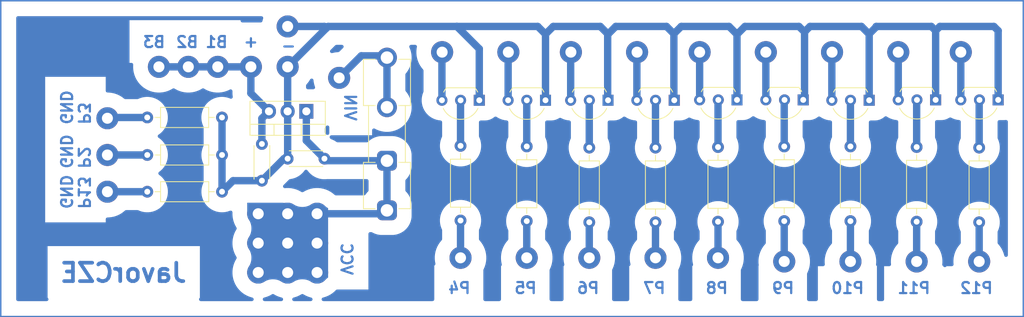
<source format=kicad_pcb>
(kicad_pcb (version 20241229) (generator "pcbnew") (generator_version "9.0")
  (layers (0 "F.Cu" signal) (2 "B.Cu" signal) (13 "F.Paste" user) (15 "B.Paste" user) (5 "F.SilkS" user "F.Silkscreen") (7 "B.SilkS" user "B.Silkscreen") (1 "F.Mask" user) (3 "B.Mask" user) (25 "Edge.Cuts" user))
  (net 0 "")
  (net 1 "Net-(Q1-C)")
  (net 2 "Net-(U1-VI)")
  (net 3 "Net-(U1-VO)")
  (net 4 "Net-(Q1-B)")
  (net 5 "unconnected-(Q1-E-Pad3)")
  (net 6 "Net-(Q2-B)")
  (net 7 "unconnected-(Q2-E-Pad3)")
  (net 8 "Net-(Q3-B)")
  (net 9 "unconnected-(Q3-E-Pad3)")
  (net 10 "Net-(Q4-B)")
  (net 11 "unconnected-(Q4-E-Pad3)")
  (net 12 "Net-(Q5-B)")
  (net 13 "unconnected-(Q5-E-Pad3)")
  (net 14 "Net-(Q6-B)")
  (net 15 "unconnected-(Q6-E-Pad3)")
  (net 16 "unconnected-(Q7-E-Pad3)")
  (net 17 "Net-(Q7-B)")
  (net 18 "unconnected-(R1-Pad1)")
  (net 19 "unconnected-(R2-Pad1)")
  (net 20 "unconnected-(R3-Pad1)")
  (net 21 "unconnected-(R4-Pad1)")
  (net 22 "unconnected-(R5-Pad1)")
  (net 23 "unconnected-(R6-Pad1)")
  (net 24 "unconnected-(R7-Pad1)")
  (net 25 "unconnected-(Q8-E-Pad3)")
  (net 26 "Net-(Q8-B)")
  (net 27 "unconnected-(Q9-E-Pad3)")
  (net 28 "Net-(Q9-B)")
  (net 29 "unconnected-(R8-Pad1)")
  (net 30 "unconnected-(R9-Pad1)")
  (net 31 "unconnected-(R10-Pad2)")
  (net 32 "unconnected-(R11-Pad2)")
  (net 33 "unconnected-(R12-Pad2)")
  (net 34 "unconnected-(F1-Pad2)")
  (footprint "Resistor_THT:R_Axial_DIN0207_L6.3mm_D2.5mm_P10.16mm_Horizontal" (layer "F.Cu") (at 138.073576 55.392203 180)
    (property "Reference" "R12" (hide yes))
    (property "Value" "10k")
    (fp_line (start 9.12 0) (end 8.35 0) (stroke (width 0.12)) (layer "F.SilkS"))
    (fp_line (start 8.35 1.37) (end 8.35 -1.37) (stroke (width 0.12)) (layer "F.SilkS"))
    (fp_line (start 8.35 -1.37) (end 1.81 -1.37) (stroke (width 0.12)) (layer "F.SilkS"))
    (fp_line (start 1.81 1.37) (end 8.35 1.37) (stroke (width 0.12)) (layer "F.SilkS"))
    (fp_line (start 1.81 -1.37) (end 1.81 1.37) (stroke (width 0.12)) (layer "F.SilkS"))
    (fp_line (start 1.04 0) (end 1.81 0) (stroke (width 0.12)) (layer "F.SilkS"))
    (pad "1" thru_hole circle (at 0 0 180) (size 1.6 1.6) (drill 0.8) (layers "*.Cu" "*.Mask") (net 1 "Net-(Q1-C)"))
    (pad "2" thru_hole oval (at 10.16 0 180) (size 1.6 1.6) (drill 0.8) (layers "*.Cu" "*.Mask") (net 33 "unconnected-(R12-Pad2)"))
  )
  (footprint "Package_TO_SOT_THT:TO-92L_Inline_Wide" (layer "F.Cu") (at 208.08 53 180)
    (property "Reference" "Q5" (hide yes))
    (property "Value" "BC337")
    (fp_line (start 0.6 1.7) (end 4.45 1.7) (stroke (width 0.12)) (layer "F.SilkS"))
    (fp_arc (start 4.842383 1.112264) (mid 4.666594 1.419753) (end 4.45 1.7) (stroke (width 0.12)) (layer "F.SilkS"))
    (fp_arc (start 2.54 -2.6) (mid 3.936979 -2.192818) (end 4.8964 -1.098807) (stroke (width 0.12)) (layer "F.SilkS"))
    (fp_arc (start 0.6 1.7) (mid 0.389183 1.423933) (end 0.217369 1.122045) (stroke (width 0.12)) (layer "F.SilkS"))
    (fp_arc (start 0.1836 -1.098807) (mid 1.143021 -2.192817) (end 2.54 -2.6) (stroke (width 0.12)) (layer "F.SilkS"))
    (pad "1" thru_hole rect (at 0 0 180) (size 1.5 1.5) (drill 0.8) (layers "*.Cu" "*.Mask") (net 1 "Net-(Q1-C)"))
    (pad "2" thru_hole circle (at 2.54 0 180) (size 1.5 1.5) (drill 0.8) (layers "*.Cu" "*.Mask") (net 12 "Net-(Q5-B)"))
    (pad "3" thru_hole circle (at 5.08 0 180) (size 1.5 1.5) (drill 0.8) (layers "*.Cu" "*.Mask") (net 13 "unconnected-(Q5-E-Pad3)"))
  )
  (footprint "Package_TO_SOT_THT:TO-92L_Inline_Wide" (layer "F.Cu") (at 226.05 53.05 180)
    (property "Reference" "Q7" (hide yes))
    (property "Value" "BC337")
    (fp_line (start 0.6 1.7) (end 4.45 1.7) (stroke (width 0.12)) (layer "F.SilkS"))
    (fp_arc (start 4.842383 1.112264) (mid 4.666594 1.419753) (end 4.45 1.7) (stroke (width 0.12)) (layer "F.SilkS"))
    (fp_arc (start 2.54 -2.6) (mid 3.936979 -2.192818) (end 4.8964 -1.098807) (stroke (width 0.12)) (layer "F.SilkS"))
    (fp_arc (start 0.6 1.7) (mid 0.389183 1.423933) (end 0.217369 1.122045) (stroke (width 0.12)) (layer "F.SilkS"))
    (fp_arc (start 0.1836 -1.098807) (mid 1.143021 -2.192817) (end 2.54 -2.6) (stroke (width 0.12)) (layer "F.SilkS"))
    (pad "1" thru_hole rect (at 0 0 180) (size 1.5 1.5) (drill 0.8) (layers "*.Cu" "*.Mask") (net 1 "Net-(Q1-C)"))
    (pad "2" thru_hole circle (at 2.54 0 180) (size 1.5 1.5) (drill 0.8) (layers "*.Cu" "*.Mask") (net 17 "Net-(Q7-B)"))
    (pad "3" thru_hole circle (at 5.08 0 180) (size 1.5 1.5) (drill 0.8) (layers "*.Cu" "*.Mask") (net 16 "unconnected-(Q7-E-Pad3)"))
  )
  (footprint "Capacitor_THT:C_Disc_D4.3mm_W1.9mm_P5.00mm" (layer "F.Cu") (at 152 61 180)
    (property "Reference" "C1" (hide yes))
    (property "Value" "330n")
    (fp_line (start 4.77 1.055) (end 4.77 1.07) (stroke (width 0.12)) (layer "F.SilkS"))
    (fp_line (start 4.77 -1.07) (end 4.77 -1.055) (stroke (width 0.12)) (layer "F.SilkS"))
    (fp_line (start 0.23 1.07) (end 4.77 1.07) (stroke (width 0.12)) (layer "F.SilkS"))
    (fp_line (start 0.23 1.055) (end 0.23 1.07) (stroke (width 0.12)) (layer "F.SilkS"))
    (fp_line (start 0.23 -1.07) (end 4.77 -1.07) (stroke (width 0.12)) (layer "F.SilkS"))
    (fp_line (start 0.23 -1.07) (end 0.23 -1.055) (stroke (width 0.12)) (layer "F.SilkS"))
    (pad "1" thru_hole circle (at 0 0 180) (size 1.6 1.6) (drill 0.8) (layers "*.Cu" "*.Mask") (net 2 "Net-(U1-VI)"))
    (pad "2" thru_hole circle (at 5 0 180) (size 1.6 1.6) (drill 0.8) (layers "*.Cu" "*.Mask") (net 1 "Net-(Q1-C)"))
  )
  (footprint "Resistor_THT:R_Axial_DIN0207_L6.3mm_D2.5mm_P10.16mm_Horizontal" (layer "F.Cu") (at 197 69.66 90)
    (property "Reference" "R4" (hide yes))
    (property "Value" "1k")
    (fp_line (start 8.35 -1.37) (end 1.81 -1.37) (stroke (width 0.12)) (layer "F.SilkS"))
    (fp_line (start 1.81 -1.37) (end 1.81 1.37) (stroke (width 0.12)) (layer "F.SilkS"))
    (fp_line (start 9.12 0) (end 8.35 0) (stroke (width 0.12)) (layer "F.SilkS"))
    (fp_line (start 1.04 0) (end 1.81 0) (stroke (width 0.12)) (layer "F.SilkS"))
    (fp_line (start 8.35 1.37) (end 8.35 -1.37) (stroke (width 0.12)) (layer "F.SilkS"))
    (fp_line (start 1.81 1.37) (end 8.35 1.37) (stroke (width 0.12)) (layer "F.SilkS"))
    (pad "1" thru_hole circle (at 0 0 90) (size 1.6 1.6) (drill 0.8) (layers "*.Cu" "*.Mask") (net 21 "unconnected-(R4-Pad1)"))
    (pad "2" thru_hole oval (at 10.16 0 90) (size 1.6 1.6) (drill 0.8) (layers "*.Cu" "*.Mask") (net 10 "Net-(Q4-B)"))
  )
  (footprint "Package_TO_SOT_THT:TO-92L_Inline_Wide" (layer "F.Cu") (at 190.55 53.05 180)
    (property "Reference" "Q3" (hide yes))
    (property "Value" "BC337")
    (fp_line (start 0.6 1.7) (end 4.45 1.7) (stroke (width 0.12)) (layer "F.SilkS"))
    (fp_arc (start 4.842383 1.112264) (mid 4.666594 1.419753) (end 4.45 1.7) (stroke (width 0.12)) (layer "F.SilkS"))
    (fp_arc (start 2.54 -2.6) (mid 3.936979 -2.192818) (end 4.8964 -1.098807) (stroke (width 0.12)) (layer "F.SilkS"))
    (fp_arc (start 0.6 1.7) (mid 0.389183 1.423933) (end 0.217369 1.122045) (stroke (width 0.12)) (layer "F.SilkS"))
    (fp_arc (start 0.1836 -1.098807) (mid 1.143021 -2.192817) (end 2.54 -2.6) (stroke (width 0.12)) (layer "F.SilkS"))
    (pad "1" thru_hole rect (at 0 0 180) (size 1.5 1.5) (drill 0.8) (layers "*.Cu" "*.Mask") (net 1 "Net-(Q1-C)"))
    (pad "2" thru_hole circle (at 2.54 0 180) (size 1.5 1.5) (drill 0.8) (layers "*.Cu" "*.Mask") (net 8 "Net-(Q3-B)"))
    (pad "3" thru_hole circle (at 5.08 0 180) (size 1.5 1.5) (drill 0.8) (layers "*.Cu" "*.Mask") (net 9 "unconnected-(Q3-E-Pad3)"))
  )
  (footprint "Package_TO_SOT_THT:TO-220-3_Vertical" (layer "F.Cu") (at 149.54 54.555 180)
    (property "Reference" "U1" (hide yes))
    (property "Value" "LM7805_TO220")
    (fp_line (start 7.66 -3.27) (end 7.66 1.371) (stroke (width 0.12)) (layer "F.SilkS"))
    (fp_line (start 4.391 -3.27) (end 4.391 -1.76) (stroke (width 0.12)) (layer "F.SilkS"))
    (fp_line (start 0.69 -3.27) (end 0.69 -1.76) (stroke (width 0.12)) (layer "F.SilkS"))
    (fp_line (start -2.58 1.371) (end 7.66 1.371) (stroke (width 0.12)) (layer "F.SilkS"))
    (fp_line (start -2.58 -1.76) (end 7.66 -1.76) (stroke (width 0.12)) (layer "F.SilkS"))
    (fp_line (start -2.58 -3.27) (end 7.66 -3.27) (stroke (width 0.12)) (layer "F.SilkS"))
    (fp_line (start -2.58 -3.27) (end -2.58 1.371) (stroke (width 0.12)) (layer "F.SilkS"))
    (pad "1" thru_hole rect (at 0 0 180) (size 1.905 2) (drill 1.1) (layers "*.Cu" "*.Mask") (net 2 "Net-(U1-VI)"))
    (pad "2" thru_hole oval (at 2.54 0 180) (size 1.905 2) (drill 1.1) (layers "*.Cu" "*.Mask") (net 1 "Net-(Q1-C)"))
    (pad "3" thru_hole oval (at 5.08 0 180) (size 1.905 2) (drill 1.1) (layers "*.Cu" "*.Mask") (net 3 "Net-(U1-VO)"))
  )
  (footprint "Resistor_THT:R_Axial_DIN0207_L6.3mm_D2.5mm_P10.16mm_Horizontal" (layer "F.Cu") (at 214.5 69.5 90)
    (property "Reference" "R6" (hide yes))
    (property "Value" "1k")
    (fp_line (start 8.35 -1.37) (end 1.81 -1.37) (stroke (width 0.12)) (layer "F.SilkS"))
    (fp_line (start 1.81 -1.37) (end 1.81 1.37) (stroke (width 0.12)) (layer "F.SilkS"))
    (fp_line (start 9.12 0) (end 8.35 0) (stroke (width 0.12)) (layer "F.SilkS"))
    (fp_line (start 1.04 0) (end 1.81 0) (stroke (width 0.12)) (layer "F.SilkS"))
    (fp_line (start 8.35 1.37) (end 8.35 -1.37) (stroke (width 0.12)) (layer "F.SilkS"))
    (fp_line (start 1.81 1.37) (end 8.35 1.37) (stroke (width 0.12)) (layer "F.SilkS"))
    (pad "1" thru_hole circle (at 0 0 90) (size 1.6 1.6) (drill 0.8) (layers "*.Cu" "*.Mask") (net 23 "unconnected-(R6-Pad1)"))
    (pad "2" thru_hole oval (at 10.16 0 90) (size 1.6 1.6) (drill 0.8) (layers "*.Cu" "*.Mask") (net 14 "Net-(Q6-B)"))
  )
  (footprint "Capacitor_THT:C_Disc_D4.3mm_W1.9mm_P5.00mm" (layer "F.Cu") (at 143.5 59 -90)
    (property "Reference" "C2" (hide yes))
    (property "Value" "100n")
    (fp_line (start 0.23 1.07) (end 4.77 1.07) (stroke (width 0.12)) (layer "F.SilkS"))
    (fp_line (start 0.23 1.055) (end 0.23 1.07) (stroke (width 0.12)) (layer "F.SilkS"))
    (fp_line (start 4.77 1.055) (end 4.77 1.07) (stroke (width 0.12)) (layer "F.SilkS"))
    (fp_line (start 0.23 -1.07) (end 0.23 -1.055) (stroke (width 0.12)) (layer "F.SilkS"))
    (fp_line (start 0.23 -1.07) (end 4.77 -1.07) (stroke (width 0.12)) (layer "F.SilkS"))
    (fp_line (start 4.77 -1.07) (end 4.77 -1.055) (stroke (width 0.12)) (layer "F.SilkS"))
    (pad "1" thru_hole circle (at 0 0 270) (size 1.6 1.6) (drill 0.8) (layers "*.Cu" "*.Mask") (net 3 "Net-(U1-VO)"))
    (pad "2" thru_hole circle (at 5 0 270) (size 1.6 1.6) (drill 0.8) (layers "*.Cu" "*.Mask") (net 1 "Net-(Q1-C)"))
  )
  (footprint "Resistor_THT:R_Axial_DIN0207_L6.3mm_D2.5mm_P10.16mm_Horizontal" (layer "F.Cu") (at 223.5 69.5 90)
    (property "Reference" "R7" (hide yes))
    (property "Value" "1k")
    (fp_line (start 8.35 -1.37) (end 1.81 -1.37) (stroke (width 0.12)) (layer "F.SilkS"))
    (fp_line (start 1.81 -1.37) (end 1.81 1.37) (stroke (width 0.12)) (layer "F.SilkS"))
    (fp_line (start 9.12 0) (end 8.35 0) (stroke (width 0.12)) (layer "F.SilkS"))
    (fp_line (start 1.04 0) (end 1.81 0) (stroke (width 0.12)) (layer "F.SilkS"))
    (fp_line (start 8.35 1.37) (end 8.35 -1.37) (stroke (width 0.12)) (layer "F.SilkS"))
    (fp_line (start 1.81 1.37) (end 8.35 1.37) (stroke (width 0.12)) (layer "F.SilkS"))
    (pad "1" thru_hole circle (at 0 0 90) (size 1.6 1.6) (drill 0.8) (layers "*.Cu" "*.Mask") (net 24 "unconnected-(R7-Pad1)"))
    (pad "2" thru_hole oval (at 10.16 0 90) (size 1.6 1.6) (drill 0.8) (layers "*.Cu" "*.Mask") (net 17 "Net-(Q7-B)"))
  )
  (footprint "Package_TO_SOT_THT:TO-92L_Inline_Wide" (layer "F.Cu") (at 173.05 53.05 180)
    (property "Reference" "Q1" (hide yes))
    (property "Value" "BC337")
    (fp_line (start 0.6 1.7) (end 4.45 1.7) (stroke (width 0.12)) (layer "F.SilkS"))
    (fp_arc (start 4.842383 1.112264) (mid 4.666594 1.419753) (end 4.45 1.7) (stroke (width 0.12)) (layer "F.SilkS"))
    (fp_arc (start 2.54 -2.6) (mid 3.936979 -2.192818) (end 4.8964 -1.098807) (stroke (width 0.12)) (layer "F.SilkS"))
    (fp_arc (start 0.6 1.7) (mid 0.389183 1.423933) (end 0.217369 1.122045) (stroke (width 0.12)) (layer "F.SilkS"))
    (fp_arc (start 0.1836 -1.098807) (mid 1.143021 -2.192817) (end 2.54 -2.6) (stroke (width 0.12)) (layer "F.SilkS"))
    (pad "1" thru_hole rect (at 0 0 180) (size 1.5 1.5) (drill 0.8) (layers "*.Cu" "*.Mask") (net 1 "Net-(Q1-C)"))
    (pad "2" thru_hole circle (at 2.54 0 180) (size 1.5 1.5) (drill 0.8) (layers "*.Cu" "*.Mask") (net 4 "Net-(Q1-B)"))
    (pad "3" thru_hole circle (at 5.08 0 180) (size 1.5 1.5) (drill 0.8) (layers "*.Cu" "*.Mask") (net 5 "unconnected-(Q1-E-Pad3)"))
  )
  (footprint "Resistor_THT:R_Axial_DIN0207_L6.3mm_D2.5mm_P10.16mm_Horizontal" (layer "F.Cu") (at 179.5 69.5 90)
    (property "Reference" "R2" (hide yes))
    (property "Value" "1k")
    (fp_line (start 8.35 -1.37) (end 1.81 -1.37) (stroke (width 0.12)) (layer "F.SilkS"))
    (fp_line (start 1.81 -1.37) (end 1.81 1.37) (stroke (width 0.12)) (layer "F.SilkS"))
    (fp_line (start 9.12 0) (end 8.35 0) (stroke (width 0.12)) (layer "F.SilkS"))
    (fp_line (start 1.04 0) (end 1.81 0) (stroke (width 0.12)) (layer "F.SilkS"))
    (fp_line (start 8.35 1.37) (end 8.35 -1.37) (stroke (width 0.12)) (layer "F.SilkS"))
    (fp_line (start 1.81 1.37) (end 8.35 1.37) (stroke (width 0.12)) (layer "F.SilkS"))
    (pad "1" thru_hole circle (at 0 0 90) (size 1.6 1.6) (drill 0.8) (layers "*.Cu" "*.Mask") (net 19 "unconnected-(R2-Pad1)"))
    (pad "2" thru_hole oval (at 10.16 0 90) (size 1.6 1.6) (drill 0.8) (layers "*.Cu" "*.Mask") (net 6 "Net-(Q2-B)"))
  )
  (footprint "Resistor_THT:R_Axial_DIN0207_L6.3mm_D2.5mm_P10.16mm_Horizontal" (layer "F.Cu") (at 170.5 69.42 90)
    (property "Reference" "R1" (hide yes))
    (property "Value" "1k")
    (fp_line (start 8.35 -1.37) (end 1.81 -1.37) (stroke (width 0.12)) (layer "F.SilkS"))
    (fp_line (start 1.81 -1.37) (end 1.81 1.37) (stroke (width 0.12)) (layer "F.SilkS"))
    (fp_line (start 9.12 0) (end 8.35 0) (stroke (width 0.12)) (layer "F.SilkS"))
    (fp_line (start 1.04 0) (end 1.81 0) (stroke (width 0.12)) (layer "F.SilkS"))
    (fp_line (start 8.35 1.37) (end 8.35 -1.37) (stroke (width 0.12)) (layer "F.SilkS"))
    (fp_line (start 1.81 1.37) (end 8.35 1.37) (stroke (width 0.12)) (layer "F.SilkS"))
    (pad "1" thru_hole circle (at 0 0 90) (size 1.6 1.6) (drill 0.8) (layers "*.Cu" "*.Mask") (net 18 "unconnected-(R1-Pad1)"))
    (pad "2" thru_hole oval (at 10.16 0 90) (size 1.6 1.6) (drill 0.8) (layers "*.Cu" "*.Mask") (net 4 "Net-(Q1-B)"))
  )
  (footprint "Fuse:Fuseholder_Clip-5x20mm_Eaton_1A5601-01_Inline_P20.80x6.76mm_D1.70mm_Horizontal" (layer "F.Cu") (at 160.5 68.04 90)
    (property "Reference" "F1" (hide yes))
    (property "Value" "Fuse")
    (fp_line (start 20.57 -3.2) (end 14.27 -3.2) (stroke (width 0.12)) (layer "F.SilkS"))
    (fp_line (start 14.27 -3.2) (end 14.27 -1.6) (stroke (width 0.12)) (layer "F.SilkS"))
    (fp_line (start 6.53 -3.2) (end 0.23 -3.2) (stroke (width 0.12)) (layer "F.SilkS"))
    (fp_line (start 6.53 -3.2) (end 6.53 -1.6) (stroke (width 0.12)) (layer "F.SilkS"))
    (fp_line (start 0.23 -3.2) (end 0.23 -1.6) (stroke (width 0.12)) (layer "F.SilkS"))
    (fp_line (start 14.27 -2.5) (end 6.53 -2.5) (stroke (width 0.12)) (layer "F.SilkS"))
    (fp_line (start 20.57 -1.6) (end 20.57 -3.2) (stroke (width 0.12)) (layer "F.SilkS"))
    (fp_line (start 20.57 1.6) (end 20.57 3.2) (stroke (width 0.12)) (layer "F.SilkS"))
    (fp_line (start 14.27 2.5) (end 6.53 2.5) (stroke (width 0.12)) (layer "F.SilkS"))
    (fp_line (start 14.27 3.2) (end 14.27 1.6) (stroke (width 0.12)) (layer "F.SilkS"))
    (fp_line (start 14.27 3.2) (end 20.57 3.2) (stroke (width 0.12)) (layer "F.SilkS"))
    (fp_line (start 6.53 3.2) (end 6.53 1.6) (stroke (width 0.12)) (layer "F.SilkS"))
    (fp_line (start 6.53 3.2) (end 0.23 3.2) (stroke (width 0.12)) (layer "F.SilkS"))
    (fp_line (start 0.23 3.2) (end 0.23 1.6) (stroke (width 0.12)) (layer "F.SilkS"))
    (pad "1" thru_hole roundrect (at 0 0 90) (size 2.7 2.7) (drill 1.7) (layers "*.Cu" "*.Mask") (net 2 "Net-(U1-VI)"))
    (pad "1" thru_hole roundrect (at 6.76 0 90) (size 2.7 2.7) (drill 1.7) (layers "*.Cu" "*.Mask") (net 2 "Net-(U1-VI)"))
    (pad "2" thru_hole circle (at 14.04 0 90) (size 2.7 2.7) (drill 1.7) (layers "*.Cu" "*.Mask") (net 34 "unconnected-(F1-Pad2)"))
    (pad "2" thru_hole circle (at 20.8 0 90) (size 2.7 2.7) (drill 1.7) (layers "*.Cu" "*.Mask") (net 34 "unconnected-(F1-Pad2)"))
  )
  (footprint "Resistor_THT:R_Axial_DIN0207_L6.3mm_D2.5mm_P10.16mm_Horizontal" (layer "F.Cu") (at 188 69.66 90)
    (property "Reference" "R3" (hide yes))
    (property "Value" "1k")
    (fp_line (start 8.35 -1.37) (end 1.81 -1.37) (stroke (width 0.12)) (layer "F.SilkS"))
    (fp_line (start 1.81 -1.37) (end 1.81 1.37) (stroke (width 0.12)) (layer "F.SilkS"))
    (fp_line (start 9.12 0) (end 8.35 0) (stroke (width 0.12)) (layer "F.SilkS"))
    (fp_line (start 1.04 0) (end 1.81 0) (stroke (width 0.12)) (layer "F.SilkS"))
    (fp_line (start 8.35 1.37) (end 8.35 -1.37) (stroke (width 0.12)) (layer "F.SilkS"))
    (fp_line (start 1.81 1.37) (end 8.35 1.37) (stroke (width 0.12)) (layer "F.SilkS"))
    (pad "1" thru_hole circle (at 0 0 90) (size 1.6 1.6) (drill 0.8) (layers "*.Cu" "*.Mask") (net 20 "unconnected-(R3-Pad1)"))
    (pad "2" thru_hole oval (at 10.16 0 90) (size 1.6 1.6) (drill 0.8) (layers "*.Cu" "*.Mask") (net 8 "Net-(Q3-B)"))
  )
  (footprint "Resistor_THT:R_Axial_DIN0207_L6.3mm_D2.5mm_P10.16mm_Horizontal" (layer "F.Cu") (at 241 69.66 90)
    (property "Reference" "R9" (hide yes))
    (property "Value" "1k")
    (fp_line (start 8.35 -1.37) (end 1.81 -1.37) (stroke (width 0.12)) (layer "F.SilkS"))
    (fp_line (start 1.81 -1.37) (end 1.81 1.37) (stroke (width 0.12)) (layer "F.SilkS"))
    (fp_line (start 9.12 0) (end 8.35 0) (stroke (width 0.12)) (layer "F.SilkS"))
    (fp_line (start 1.04 0) (end 1.81 0) (stroke (width 0.12)) (layer "F.SilkS"))
    (fp_line (start 8.35 1.37) (end 8.35 -1.37) (stroke (width 0.12)) (layer "F.SilkS"))
    (fp_line (start 1.81 1.37) (end 8.35 1.37) (stroke (width 0.12)) (layer "F.SilkS"))
    (pad "1" thru_hole circle (at 0 0 90) (size 1.6 1.6) (drill 0.8) (layers "*.Cu" "*.Mask") (net 30 "unconnected-(R9-Pad1)"))
    (pad "2" thru_hole oval (at 10.16 0 90) (size 1.6 1.6) (drill 0.8) (layers "*.Cu" "*.Mask") (net 28 "Net-(Q9-B)"))
  )
  (footprint "Resistor_THT:R_Axial_DIN0207_L6.3mm_D2.5mm_P10.16mm_Horizontal" (layer "F.Cu") (at 205.5 69.58 90)
    (property "Reference" "R5" (hide yes))
    (property "Value" "1k")
    (fp_line (start 8.35 -1.37) (end 1.81 -1.37) (stroke (width 0.12)) (layer "F.SilkS"))
    (fp_line (start 1.81 -1.37) (end 1.81 1.37) (stroke (width 0.12)) (layer "F.SilkS"))
    (fp_line (start 9.12 0) (end 8.35 0) (stroke (width 0.12)) (layer "F.SilkS"))
    (fp_line (start 1.04 0) (end 1.81 0) (stroke (width 0.12)) (layer "F.SilkS"))
    (fp_line (start 8.35 1.37) (end 8.35 -1.37) (stroke (width 0.12)) (layer "F.SilkS"))
    (fp_line (start 1.81 1.37) (end 8.35 1.37) (stroke (width 0.12)) (layer "F.SilkS"))
    (pad "1" thru_hole circle (at 0 0 90) (size 1.6 1.6) (drill 0.8) (layers "*.Cu" "*.Mask") (net 22 "unconnected-(R5-Pad1)"))
    (pad "2" thru_hole oval (at 10.16 0 90) (size 1.6 1.6) (drill 0.8) (layers "*.Cu" "*.Mask") (net 12 "Net-(Q5-B)"))
  )
  (footprint "Package_TO_SOT_THT:TO-92L_Inline_Wide" (layer "F.Cu") (at 243.58 53 180)
    (property "Reference" "Q9" (hide yes))
    (property "Value" "BC337")
    (fp_line (start 0.6 1.7) (end 4.45 1.7) (stroke (width 0.12)) (layer "F.SilkS"))
    (fp_arc (start 4.842383 1.112264) (mid 4.666594 1.419753) (end 4.45 1.7) (stroke (width 0.12)) (layer "F.SilkS"))
    (fp_arc (start 2.54 -2.6) (mid 3.936979 -2.192818) (end 4.8964 -1.098807) (stroke (width 0.12)) (layer "F.SilkS"))
    (fp_arc (start 0.6 1.7) (mid 0.389183 1.423933) (end 0.217369 1.122045) (stroke (width 0.12)) (layer "F.SilkS"))
    (fp_arc (start 0.1836 -1.098807) (mid 1.143021 -2.192817) (end 2.54 -2.6) (stroke (width 0.12)) (layer "F.SilkS"))
    (pad "1" thru_hole rect (at 0 0 180) (size 1.5 1.5) (drill 0.8) (layers "*.Cu" "*.Mask") (net 1 "Net-(Q1-C)"))
    (pad "2" thru_hole circle (at 2.54 0 180) (size 1.5 1.5) (drill 0.8) (layers "*.Cu" "*.Mask") (net 28 "Net-(Q9-B)"))
    (pad "3" thru_hole circle (at 5.08 0 180) (size 1.5 1.5) (drill 0.8) (layers "*.Cu" "*.Mask") (net 27 "unconnected-(Q9-E-Pad3)"))
  )
  (footprint "Package_TO_SOT_THT:TO-92L_Inline_Wide" (layer "F.Cu") (at 235.08 53 180)
    (property "Reference" "Q8" (hide yes))
    (property "Value" "BC337")
    (fp_line (start 0.6 1.7) (end 4.45 1.7) (stroke (width 0.12)) (layer "F.SilkS"))
    (fp_arc (start 4.842383 1.112264) (mid 4.666594 1.419753) (end 4.45 1.7) (stroke (width 0.12)) (layer "F.SilkS"))
    (fp_arc (start 2.54 -2.6) (mid 3.936979 -2.192818) (end 4.8964 -1.098807) (stroke (width 0.12)) (layer "F.SilkS"))
    (fp_arc (start 0.6 1.7) (mid 0.389183 1.423933) (end 0.217369 1.122045) (stroke (width 0.12)) (layer "F.SilkS"))
    (fp_arc (start 0.1836 -1.098807) (mid 1.143021 -2.192817) (end 2.54 -2.6) (stroke (width 0.12)) (layer "F.SilkS"))
    (pad "1" thru_hole rect (at 0 0 180) (size 1.5 1.5) (drill 0.8) (layers "*.Cu" "*.Mask") (net 1 "Net-(Q1-C)"))
    (pad "2" thru_hole circle (at 2.54 0 180) (size 1.5 1.5) (drill 0.8) (layers "*.Cu" "*.Mask") (net 26 "Net-(Q8-B)"))
    (pad "3" thru_hole circle (at 5.08 0 180) (size 1.5 1.5) (drill 0.8) (layers "*.Cu" "*.Mask") (net 25 "unconnected-(Q8-E-Pad3)"))
  )
  (footprint "Resistor_THT:R_Axial_DIN0207_L6.3mm_D2.5mm_P10.16mm_Horizontal" (layer "F.Cu") (at 138.08 65.5 180)
    (property "Reference" "R10" (hide yes))
    (property "Value" "10k")
    (fp_line (start 9.12 0) (end 8.35 0) (stroke (width 0.12)) (layer "F.SilkS"))
    (fp_line (start 8.35 1.37) (end 8.35 -1.37) (stroke (width 0.12)) (layer "F.SilkS"))
    (fp_line (start 8.35 -1.37) (end 1.81 -1.37) (stroke (width 0.12)) (layer "F.SilkS"))
    (fp_line (start 1.81 1.37) (end 8.35 1.37) (stroke (width 0.12)) (layer "F.SilkS"))
    (fp_line (start 1.81 -1.37) (end 1.81 1.37) (stroke (width 0.12)) (layer "F.SilkS"))
    (fp_line (start 1.04 0) (end 1.81 0) (stroke (width 0.12)) (layer "F.SilkS"))
    (pad "1" thru_hole circle (at 0 0 180) (size 1.6 1.6) (drill 0.8) (layers "*.Cu" "*.Mask") (net 1 "Net-(Q1-C)"))
    (pad "2" thru_hole oval (at 10.16 0 180) (size 1.6 1.6) (drill 0.8) (layers "*.Cu" "*.Mask") (net 31 "unconnected-(R10-Pad2)"))
  )
  (footprint "Resistor_THT:R_Axial_DIN0207_L6.3mm_D2.5mm_P10.16mm_Horizontal" (layer "F.Cu") (at 232.5 69.58 90)
    (property "Reference" "R8" (hide yes))
    (property "Value" "1k")
    (fp_line (start 8.35 -1.37) (end 1.81 -1.37) (stroke (width 0.12)) (layer "F.SilkS"))
    (fp_line (start 1.81 -1.37) (end 1.81 1.37) (stroke (width 0.12)) (layer "F.SilkS"))
    (fp_line (start 9.12 0) (end 8.35 0) (stroke (width 0.12)) (layer "F.SilkS"))
    (fp_line (start 1.04 0) (end 1.81 0) (stroke (width 0.12)) (layer "F.SilkS"))
    (fp_line (start 8.35 1.37) (end 8.35 -1.37) (stroke (width 0.12)) (layer "F.SilkS"))
    (fp_line (start 1.81 1.37) (end 8.35 1.37) (stroke (width 0.12)) (layer "F.SilkS"))
    (pad "1" thru_hole circle (at 0 0 90) (size 1.6 1.6) (drill 0.8) (layers "*.Cu" "*.Mask") (net 29 "unconnected-(R8-Pad1)"))
    (pad "2" thru_hole oval (at 10.16 0 90) (size 1.6 1.6) (drill 0.8) (layers "*.Cu" "*.Mask") (net 26 "Net-(Q8-B)"))
  )
  (footprint "Package_TO_SOT_THT:TO-92L_Inline_Wide" (layer "F.Cu") (at 182.05 53.05 180)
    (property "Reference" "Q2" (hide yes))
    (property "Value" "BC337")
    (fp_line (start 0.6 1.7) (end 4.45 1.7) (stroke (width 0.12)) (layer "F.SilkS"))
    (fp_arc (start 4.842383 1.112264) (mid 4.666594 1.419753) (end 4.45 1.7) (stroke (width 0.12)) (layer "F.SilkS"))
    (fp_arc (start 2.54 -2.6) (mid 3.936979 -2.192818) (end 4.8964 -1.098807) (stroke (width 0.12)) (layer "F.SilkS"))
    (fp_arc (start 0.6 1.7) (mid 0.389183 1.423933) (end 0.217369 1.122045) (stroke (width 0.12)) (layer "F.SilkS"))
    (fp_arc (start 0.1836 -1.098807) (mid 1.143021 -2.192817) (end 2.54 -2.6) (stroke (width 0.12)) (layer "F.SilkS"))
    (pad "1" thru_hole rect (at 0 0 180) (size 1.5 1.5) (drill 0.8) (layers "*.Cu" "*.Mask") (net 1 "Net-(Q1-C)"))
    (pad "2" thru_hole circle (at 2.54 0 180) (size 1.5 1.5) (drill 0.8) (layers "*.Cu" "*.Mask") (net 6 "Net-(Q2-B)"))
    (pad "3" thru_hole circle (at 5.08 0 180) (size 1.5 1.5) (drill 0.8) (layers "*.Cu" "*.Mask") (net 7 "unconnected-(Q2-E-Pad3)"))
  )
  (footprint "Package_TO_SOT_THT:TO-92L_Inline_Wide" (layer "F.Cu") (at 217.08 53 180)
    (property "Reference" "Q6" (hide yes))
    (property "Value" "BC337")
    (fp_line (start 0.6 1.7) (end 4.45 1.7) (stroke (width 0.12)) (layer "F.SilkS"))
    (fp_arc (start 4.842383 1.112264) (mid 4.666594 1.419753) (end 4.45 1.7) (stroke (width 0.12)) (layer "F.SilkS"))
    (fp_arc (start 2.54 -2.6) (mid 3.936979 -2.192818) (end 4.8964 -1.098807) (stroke (width 0.12)) (layer "F.SilkS"))
    (fp_arc (start 0.6 1.7) (mid 0.389183 1.423933) (end 0.217369 1.122045) (stroke (width 0.12)) (layer "F.SilkS"))
    (fp_arc (start 0.1836 -1.098807) (mid 1.143021 -2.192817) (end 2.54 -2.6) (stroke (width 0.12)) (layer "F.SilkS"))
    (pad "1" thru_hole rect (at 0 0 180) (size 1.5 1.5) (drill 0.8) (layers "*.Cu" "*.Mask") (net 1 "Net-(Q1-C)"))
    (pad "2" thru_hole circle (at 2.54 0 180) (size 1.5 1.5) (drill 0.8) (layers "*.Cu" "*.Mask") (net 14 "Net-(Q6-B)"))
    (pad "3" thru_hole circle (at 5.08 0 180) (size 1.5 1.5) (drill 0.8) (layers "*.Cu" "*.Mask") (net 15 "unconnected-(Q6-E-Pad3)"))
  )
  (footprint "Package_TO_SOT_THT:TO-92L_Inline_Wide" (layer "F.Cu") (at 199.55 53.05 180)
    (property "Reference" "Q4" (hide yes))
    (property "Value" "BC337")
    (fp_line (start 0.6 1.7) (end 4.45 1.7) (stroke (width 0.12)) (layer "F.SilkS"))
    (fp_arc (start 4.842383 1.112264) (mid 4.666594 1.419753) (end 4.45 1.7) (stroke (width 0.12)) (layer "F.SilkS"))
    (fp_arc (start 2.54 -2.6) (mid 3.936979 -2.192818) (end 4.8964 -1.098807) (stroke (width 0.12)) (layer "F.SilkS"))
    (fp_arc (start 0.6 1.7) (mid 0.389183 1.423933) (end 0.217369 1.122045) (stroke (width 0.12)) (layer "F.SilkS"))
    (fp_arc (start 0.1836 -1.098807) (mid 1.143021 -2.192817) (end 2.54 -2.6) (stroke (width 0.12)) (layer "F.SilkS"))
    (pad "1" thru_hole rect (at 0 0 180) (size 1.5 1.5) (drill 0.8) (layers "*.Cu" "*.Mask") (net 1 "Net-(Q1-C)"))
    (pad "2" thru_hole circle (at 2.54 0 180) (size 1.5 1.5) (drill 0.8) (layers "*.Cu" "*.Mask") (net 10 "Net-(Q4-B)"))
    (pad "3" thru_hole circle (at 5.08 0 180) (size 1.5 1.5) (drill 0.8) (layers "*.Cu" "*.Mask") (net 11 "unconnected-(Q4-E-Pad3)"))
  )
  (footprint "Resistor_THT:R_Axial_DIN0207_L6.3mm_D2.5mm_P10.16mm_Horizontal" (layer "F.Cu") (at 138.08 60.5 180)
    (property "Reference" "R11" (hide yes))
    (property "Value" "10k")
    (fp_line (start 9.12 0) (end 8.35 0) (stroke (width 0.12)) (layer "F.SilkS"))
    (fp_line (start 8.35 1.37) (end 8.35 -1.37) (stroke (width 0.12)) (layer "F.SilkS"))
    (fp_line (start 8.35 -1.37) (end 1.81 -1.37) (stroke (width 0.12)) (layer "F.SilkS"))
    (fp_line (start 1.81 1.37) (end 8.35 1.37) (stroke (width 0.12)) (layer "F.SilkS"))
    (fp_line (start 1.81 -1.37) (end 1.81 1.37) (stroke (width 0.12)) (layer "F.SilkS"))
    (fp_line (start 1.04 0) (end 1.81 0) (stroke (width 0.12)) (layer "F.SilkS"))
    (pad "1" thru_hole circle (at 0 0 180) (size 1.6 1.6) (drill 0.8) (layers "*.Cu" "*.Mask") (net 1 "Net-(Q1-C)"))
    (pad "2" thru_hole oval (at 10.16 0 180) (size 1.6 1.6) (drill 0.8) (layers "*.Cu" "*.Mask") (net 32 "unconnected-(R11-Pad2)"))
  )
  (gr_rect (start 108 39.5) (end 247 82.5) (stroke (width 0.2)) (fill no) (layer "B.Cu"))
  (gr_text "P5" (at 181 79.5 0) (layer "B.Cu") (effects (font (size 1.5 1.5) (thickness 0.3) (bold yes)) (justify left bottom mirror)))
  (gr_text "+" (at 140.8818 45.953748 0) (layer "B.Cu") (effects (font (size 1.5 1.5) (thickness 0.3) (bold yes)) (justify left bottom)))
  (gr_text "P10" (at 225.5 79.5 0) (layer "B.Cu") (effects (font (size 1.5 1.5) (thickness 0.3) (bold yes)) (justify left bottom mirror)))
  (gr_text "VCC" (at 155 77 270) (layer "B.Cu") (effects (font (size 1.5 1.5) (thickness 0.3) (bold yes)) (justify left mirror)))
  (gr_text "-" (at 146 46.5 0) (layer "B.Cu") (effects (font (size 1.5 1.5) (thickness 0.3) (bold yes)) (justify left bottom)))
  (gr_text "JavorCZE" (at 133.5 78 0) (layer "B.Cu") (effects (font (size 2.5 2.5) (thickness 0.5) (bold yes)) (justify left bottom mirror)))
  (gr_text "P7" (at 198.5 79.5 0) (layer "B.Cu") (effects (font (size 1.5 1.5) (thickness 0.3) (bold yes)) (justify left bottom mirror)))
  (gr_text "P13\nGND" (at 116 68 270) (layer "B.Cu") (effects (font (size 1.5 1.5) (thickness 0.3) (bold yes)) (justify left bottom mirror)))
  (gr_text "B2" (at 135 46 0) (layer "B.Cu") (effects (font (size 1.5 1.5) (thickness 0.3) (bold yes)) (justify left bottom mirror)))
  (gr_text "P9" (at 216 79.5 0) (layer "B.Cu") (effects (font (size 1.5 1.5) (thickness 0.3) (bold yes)) (justify left bottom mirror)))
  (gr_text "P4" (at 172 79.5 0) (layer "B.Cu") (effects (font (size 1.5 1.5) (thickness 0.3) (bold yes)) (justify left bottom mirror)))
  (gr_text "B3" (at 130.5 46 0) (layer "B.Cu") (effects (font (size 1.5 1.5) (thickness 0.3) (bold yes)) (justify left bottom mirror)))
  (gr_text "P11" (at 234.5 79.5 0) (layer "B.Cu") (effects (font (size 1.5 1.5) (thickness 0.3) (bold yes)) (justify left bottom mirror)))
  (gr_text "P8" (at 207 79.5 0) (layer "B.Cu") (effects (font (size 1.5 1.5) (thickness 0.3) (bold yes)) (justify left bottom mirror)))
  (gr_text "B1" (at 139 46 0) (layer "B.Cu") (effects (font (size 1.5 1.5) (thickness 0.3) (bold yes)) (justify left bottom mirror)))
  (gr_text "VIN" (at 155.5 56 270) (layer "B.Cu") (effects (font (size 1.5 1.5) (thickness 0.3) (bold yes)) (justify left mirror)))
  (gr_text "P2\nGND" (at 116 62.5 270) (layer "B.Cu") (effects (font (size 1.5 1.5) (thickness 0.3) (bold yes)) (justify left bottom mirror)))
  (gr_text "P3\nGND" (at 116 56.5 270) (layer "B.Cu") (effects (font (size 1.5 1.5) (thickness 0.3) (bold yes)) (justify left bottom mirror)))
  (gr_text "P6" (at 189.5 79.5 0) (layer "B.Cu") (effects (font (size 1.5 1.5) (thickness 0.3) (bold yes)) (justify left bottom mirror)))
  (gr_text "P12" (at 243 79.5 0) (layer "B.Cu") (effects (font (size 1.5 1.5) (thickness 0.3) (bold yes)) (justify left bottom mirror)))
  (segment (start 190.55 53.05) (end 190.5 53) (width 1) (layer "F.Cu") (net 1))
  (segment (start 138.08 65.5) (end 137.92 65.66) (width 1) (layer "F.Cu") (net 1))
  (segment (start 138.08 55.398627) (end 138.073576 55.392203) (width 1) (layer "F.Cu") (net 1))
  (via (at 147 48.5) (size 3) (drill 1.5) (layers "F.Cu" "B.Cu") (net 1))
  (via (at 147 43) (size 3) (drill 1.5) (layers "F.Cu" "B.Cu") (net 1))
  (segment (start 198.5 43) (end 191.6 43) (width 1) (layer "B.Cu") (net 1))
  (segment (start 199.5 44) (end 198.5 43) (width 1) (layer "B.Cu") (net 1))
  (segment (start 217.261943 43.58) (end 217.42 43.58) (width 1) (layer "B.Cu") (net 1))
  (segment (start 208.08 44.08) (end 207 43) (width 1) (layer "B.Cu") (net 1))
  (segment (start 226.05 44.014462) (end 226.014462 44.014462) (width 1) (layer "B.Cu") (net 1))
  (segment (start 146.5 61) (end 143.5 64) (width 1) (layer "B.Cu") (net 1))
  (segment (start 216.5 43) (end 209.16 43) (width 1) (layer "B.Cu") (net 1))
  (segment (start 182.05 53.05) (end 182.05 44.05) (width 1) (layer "B.Cu") (net 1))
  (segment (start 227 43) (end 234.5 43) (width 1) (layer "B.Cu") (net 1))
  (segment (start 152.5 43) (end 152.25 43.25) (width 1) (layer "B.Cu") (net 1))
  (segment (start 217.42 43.58) (end 218 43) (width 1) (layer "B.Cu") (net 1))
  (segment (start 152 43) (end 152.25 43.25) (width 1) (layer "B.Cu") (net 1))
  (segment (start 235.08 53) (end 235.08 43.58) (width 1) (layer "B.Cu") (net 1))
  (segment (start 243 43) (end 235.66 43) (width 1) (layer "B.Cu") (net 1))
  (segment (start 138.08 65.5) (end 138.08 55.398627) (width 1) (layer "B.Cu") (net 1))
  (segment (start 182.05 44.05) (end 181 43) (width 1) (layer "B.Cu") (net 1))
  (segment (start 181 43) (end 170 43) (width 1) (layer "B.Cu") (net 1))
  (segment (start 208.08 53) (end 208.08 44.08) (width 1) (layer "B.Cu") (net 1))
  (segment (start 190.5 44) (end 189.5 43) (width 1) (layer "B.Cu") (net 1))
  (segment (start 200.5 43) (end 199.5 44) (width 1) (layer "B.Cu") (net 1))
  (segment (start 226.05 53.05) (end 226.05 44.014462) (width 1) (layer "B.Cu") (net 1))
  (segment (start 147 48.5) (end 147 54.555) (width 1) (layer "B.Cu") (net 1))
  (segment (start 209.16 43) (end 208.08 44.08) (width 1) (layer "B.Cu") (net 1))
  (segment (start 234.5 43) (end 235.08 43.58) (width 1) (layer "B.Cu") (net 1))
  (segment (start 190.5 53) (end 190.5 44) (width 1) (layer "B.Cu") (net 1))
  (segment (start 189.5 43) (end 183.1 43) (width 1) (layer "B.Cu") (net 1))
  (segment (start 183.1 43) (end 182.05 44.05) (width 1) (layer "B.Cu") (net 1))
  (segment (start 217.261943 52.818057) (end 217.261943 43.58) (width 1) (layer "B.Cu") (net 1))
  (segment (start 147 54.555) (end 147 61) (width 1) (layer "B.Cu") (net 1))
  (segment (start 207 43) (end 200.5 43) (width 1) (layer "B.Cu") (net 1))
  (segment (start 243.58 53) (end 243.58 43.58) (width 1) (layer "B.Cu") (net 1))
  (segment (start 147 43) (end 152 43) (width 1) (layer "B.Cu") (net 1))
  (segment (start 226.014462 44.014462) (end 225 43) (width 1) (layer "B.Cu") (net 1))
  (segment (start 138.08 55.398627) (end 138.073576 55.392203) (width 1) (layer "B.Cu") (net 1))
  (segment (start 243.58 43.58) (end 243 43) (width 1) (layer "B.Cu") (net 1))
  (segment (start 217.08 53) (end 217.261943 52.818057) (width 1) (layer "B.Cu") (net 1))
  (segment (start 152.25 43.25) (end 147 48.5) (width 1) (layer "B.Cu") (net 1))
  (segment (start 170 43) (end 173.05 46.05) (width 1) (layer "B.Cu") (net 1))
  (segment (start 227 43.064462) (end 227 43) (width 1) (layer "B.Cu") (net 1))
  (segment (start 170 43) (end 152.5 43) (width 1) (layer "B.Cu") (net 1))
  (segment (start 138.08 65.5) (end 139.58 64) (width 1) (layer "B.Cu") (net 1))
  (segment (start 217 43.5) (end 216.5 43) (width 1) (layer "B.Cu") (net 1))
  (segment (start 190.5 44) (end 190.6 44) (width 1) (layer "B.Cu") (net 1))
  (segment (start 147 61) (end 146.5 61) (width 1) (layer "B.Cu") (net 1))
  (segment (start 139.58 64) (end 143.5 64) (width 1) (layer "B.Cu") (net 1))
  (segment (start 218 43) (end 225 43) (width 1) (layer "B.Cu") (net 1))
  (segment (start 235.66 43) (end 235.08 43.58) (width 1) (layer "B.Cu") (net 1))
  (segment (start 190.6 44) (end 191.6 43) (width 1) (layer "B.Cu") (net 1))
  (segment (start 226.05 44.014462) (end 227 43.064462) (width 1) (layer "B.Cu") (net 1))
  (segment (start 173.05 46.05) (end 173.05 53.05) (width 1) (layer "B.Cu") (net 1))
  (segment (start 199.5 53) (end 199.5 44) (width 1) (layer "B.Cu") (net 1))
  (segment (start 160.04 68.5) (end 160.5 68.04) (width 1) (layer "F.Cu") (net 2))
  (segment (start 152.28 61.28) (end 152 61) (width 1) (layer "F.Cu") (net 2))
  (via (at 143 76.5) (size 3) (drill 1.5) (layers "F.Cu" "B.Cu") (net 2))
  (via (at 143 72.5) (size 3) (drill 1.5) (layers "F.Cu" "B.Cu") (net 2))
  (via (at 151 76.5) (size 3) (drill 1.5) (layers "F.Cu" "B.Cu") (net 2))
  (via (at 147 72.5) (size 3) (drill 1.5) (layers "F.Cu" "B.Cu") (net 2))
  (via (at 147 68.5) (size 3) (drill 1.5) (layers "F.Cu" "B.Cu") (net 2))
  (via (at 151 72.5) (size 3) (drill 1.5) (layers "F.Cu" "B.Cu") (net 2))
  (via (at 147 76.5) (size 3) (drill 1.5) (layers "F.Cu" "B.Cu") (net 2))
  (via micro (at 151 68.5) (size 3) (drill 1.5) (layers "F.Cu" "B.Cu") (net 2))
  (via (at 143 68.5) (size 3) (drill 1.5) (layers "F.Cu" "B.Cu") (net 2))
  (segment (start 151 68.5) (end 160.04 68.5) (width 1) (layer "B.Cu") (net 2))
  (segment (start 160.5 61.28) (end 152.28 61.28) (width 1) (layer "B.Cu") (net 2))
  (segment (start 149.54 54.555) (end 149.54 58.54) (width 1) (layer "B.Cu") (net 2))
  (segment (start 160.5 68.04) (end 160.5 61.28) (width 1) (layer "B.Cu") (net 2))
  (segment (start 149.54 58.54) (end 152 61) (width 1) (layer "B.Cu") (net 2))
  (via (at 129.5 48.5) (size 3) (drill 1.5) (layers "F.Cu" "B.Cu") (net 3))
  (via (at 142 48.5) (size 3) (drill 1.5) (layers "F.Cu" "B.Cu") (net 3))
  (via (at 133.5 48.5) (size 3) (drill 1.5) (layers "F.Cu" "B.Cu") (net 3))
  (via (at 137.5 48.5) (size 3) (drill 1.5) (layers "F.Cu" "B.Cu") (net 3))
  (segment (start 129.5 48.5) (end 142 48.5) (width 1) (layer "B.Cu") (net 3))
  (segment (start 142 52.095) (end 144.46 54.555) (width 1) (layer "B.Cu") (net 3))
  (segment (start 142 48.5) (end 142 52.095) (width 1) (layer "B.Cu") (net 3))
  (segment (start 143.5 55.515) (end 144.46 54.555) (width 1) (layer "B.Cu") (net 3))
  (segment (start 143.5 59) (end 143.5 55.515) (width 1) (layer "B.Cu") (net 3))
  (segment (start 170.5 53.06) (end 170.51 53.05) (width 1) (layer "F.Cu") (net 4))
  (segment (start 170.5 59.26) (end 170.5 53.06) (width 1) (layer "B.Cu") (net 4))
  (segment (start 167.97 46.53) (end 168 46.5) (width 1) (layer "F.Cu") (net 5))
  (via (at 168 46.5) (size 3) (drill 1.5) (layers "F.Cu" "B.Cu") (net 5))
  (segment (start 167.97 53.05) (end 167.97 46.53) (width 1) (layer "B.Cu") (net 5))
  (segment (start 179.5 53.06) (end 179.51 53.05) (width 1) (layer "F.Cu") (net 6))
  (segment (start 179.5 59.34) (end 179.5 53.06) (width 1) (layer "B.Cu") (net 6))
  (segment (start 176.97 46.53) (end 177 46.5) (width 1) (layer "F.Cu") (net 7))
  (via (at 177 46.5) (size 3) (drill 1.5) (layers "F.Cu" "B.Cu") (net 7))
  (segment (start 176.97 53.05) (end 176.97 46.53) (width 1) (layer "B.Cu") (net 7))
  (segment (start 188 53.06) (end 188.01 53.05) (width 1) (layer "F.Cu") (net 8))
  (segment (start 188 59.5) (end 188 53.06) (width 1) (layer "B.Cu") (net 8))
  (segment (start 185.47 46.53) (end 185.5 46.5) (width 1) (layer "F.Cu") (net 9))
  (via (at 185.5 46.5) (size 3) (drill 1.5) (layers "F.Cu" "B.Cu") (net 9))
  (segment (start 185.47 53.05) (end 185.47 46.53) (width 1) (layer "B.Cu") (net 9))
  (segment (start 197 53.06) (end 197.01 53.05) (width 1) (layer "F.Cu") (net 10))
  (segment (start 197 59.5) (end 197 53.06) (width 1) (layer "B.Cu") (net 10))
  (segment (start 194.47 46.53) (end 194.5 46.5) (width 1) (layer "F.Cu") (net 11))
  (via (at 194.5 46.5) (size 3) (drill 1.5) (layers "F.Cu" "B.Cu") (net 11))
  (segment (start 194.47 53.05) (end 194.47 46.53) (width 1) (layer "B.Cu") (net 11))
  (segment (start 205.5 53.04) (end 205.54 53) (width 1) (layer "F.Cu") (net 12))
  (segment (start 205.5 59.42) (end 205.5 53.04) (width 1) (layer "B.Cu") (net 12))
  (via (at 203 46.5) (size 3) (drill 1.5) (layers "F.Cu" "B.Cu") (net 13))
  (segment (start 203 53) (end 203 46.5) (width 1) (layer "B.Cu") (net 13))
  (segment (start 214.5 53.04) (end 214.54 53) (width 1) (layer "F.Cu") (net 14))
  (segment (start 214.5 59.34) (end 214.5 53.04) (width 1) (layer "B.Cu") (net 14))
  (via (at 212 46.5) (size 3) (drill 1.5) (layers "F.Cu" "B.Cu") (net 15))
  (segment (start 212 53) (end 212 46.5) (width 1) (layer "B.Cu") (net 15))
  (segment (start 220.97 46.53) (end 221 46.5) (width 1) (layer "F.Cu") (net 16))
  (via (at 221 46.5) (size 3) (drill 1.5) (layers "F.Cu" "B.Cu") (net 16))
  (segment (start 220.97 53.05) (end 220.97 46.53) (width 1) (layer "B.Cu") (net 16))
  (segment (start 223.5 53.06) (end 223.51 53.05) (width 1) (layer "F.Cu") (net 17))
  (segment (start 223.5 59.34) (end 223.5 53.06) (width 1) (layer "B.Cu") (net 17))
  (via (at 170.5 74.5) (size 3) (drill 1.5) (layers "F.Cu" "B.Cu") (net 18))
  (segment (start 170.5 69.42) (end 170.5 74.5) (width 1) (layer "B.Cu") (net 18))
  (via (at 179.5 74.5) (size 3) (drill 1.5) (layers "F.Cu" "B.Cu") (net 19))
  (segment (start 179.5 69.5) (end 179.5 74.5) (width 1) (layer "B.Cu") (net 19))
  (via (at 188 74.5) (size 3) (drill 1.5) (layers "F.Cu" "B.Cu") (net 20))
  (segment (start 188 69.66) (end 188 74.5) (width 1) (layer "B.Cu") (net 20))
  (via (at 197 74.5) (size 3) (drill 1.5) (layers "F.Cu" "B.Cu") (net 21))
  (segment (start 197 69.66) (end 197 74.5) (width 1) (layer "B.Cu") (net 21))
  (via (at 205.5 74.5) (size 3) (drill 1.5) (layers "F.Cu" "B.Cu") (net 22))
  (segment (start 205.5 69.58) (end 205.5 74.5) (width 1) (layer "B.Cu") (net 22))
  (via (at 214.5 75) (size 3) (drill 1.5) (layers "F.Cu" "B.Cu") (net 23))
  (segment (start 214.5 69.5) (end 214.5 75) (width 1) (layer "B.Cu") (net 23))
  (via (at 223.5 75) (size 3) (drill 1.5) (layers "F.Cu" "B.Cu") (net 24))
  (segment (start 223.5 69.5) (end 223.5 75) (width 1) (layer "B.Cu") (net 24))
  (via (at 230 46.5) (size 3) (drill 1.5) (layers "F.Cu" "B.Cu") (net 25))
  (segment (start 230 53) (end 230 46.5) (width 1) (layer "B.Cu") (net 25))
  (segment (start 232.5 53.04) (end 232.54 53) (width 1) (layer "F.Cu") (net 26))
  (segment (start 232.5 59.42) (end 232.5 53.04) (width 1) (layer "B.Cu") (net 26))
  (via (at 238.5 46.5) (size 3) (drill 1.5) (layers "F.Cu" "B.Cu") (net 27))
  (segment (start 238.5 53) (end 238.5 46.5) (width 1) (layer "B.Cu") (net 27))
  (segment (start 241 53.04) (end 241.04 53) (width 1) (layer "F.Cu") (net 28))
  (segment (start 241 59.5) (end 241 53.04) (width 1) (layer "B.Cu") (net 28))
  (via (at 232.5 75) (size 3) (drill 1.5) (layers "F.Cu" "B.Cu") (net 29))
  (segment (start 232.5 69.58) (end 232.5 75) (width 1) (layer "B.Cu") (net 29))
  (via (at 241 75) (size 3) (drill 1.5) (layers "F.Cu" "B.Cu") (net 30))
  (segment (start 241 69.66) (end 241 75) (width 1) (layer "B.Cu") (net 30))
  (via (at 122.5 65.5) (size 3) (drill 1.5) (layers "F.Cu" "B.Cu") (net 31))
  (segment (start 127.92 65.5) (end 122.5 65.5) (width 1) (layer "B.Cu") (net 31))
  (via (at 122.5 60.5) (size 3) (drill 1.5) (layers "F.Cu" "B.Cu") (net 32))
  (segment (start 127.92 60.5) (end 122.5 60.5) (width 1) (layer "B.Cu") (net 32))
  (segment (start 122.607797 55.392203) (end 122.5 55.5) (width 1) (layer "F.Cu") (net 33))
  (via (at 122.5 55.5) (size 3) (drill 1.5) (layers "F.Cu" "B.Cu") (net 33))
  (segment (start 127.913576 55.392203) (end 122.607797 55.392203) (width 1) (layer "B.Cu") (net 33))
  (segment (start 160.26 47) (end 160.5 47.24) (width 1) (layer "F.Cu") (net 34))
  (via (at 154 50) (size 3) (drill 1.5) (layers "F.Cu" "B.Cu") (net 34))
  (segment (start 154 50) (end 157 47) (width 1) (layer "B.Cu") (net 34))
  (segment (start 157 47) (end 160.26 47) (width 1) (layer "B.Cu") (net 34))
  (segment (start 160.5 54) (end 160.5 47.24) (width 1) (layer "B.Cu") (net 34))
  (zone (net 2) (net_name "Net-(U1-VI)") (layer "B.Cu") (connect_pads (clearance 0)) (min_thickness 0.025) (fill yes (thermal_gap 0.5) (thermal_bridge_width 0.5) (island_removal_mode 1) (island_area_min 10))
    (polygon (pts (xy 141.5 67) (xy 152.5 67) (xy 152.5 78) (xy 141.5 78)))
  )
  (zone (net 0) (net_name "") (layer "B.Cu") (priority 1) (connect_pads (clearance 2)) (min_thickness 0.5) (fill yes (thermal_gap 0.5) (thermal_bridge_width 0.5) (island_removal_mode 1) (island_area_min 10))
    (polygon (pts (xy 108 39.5) (xy 247 39.5) (xy 247 82.5) (xy 108 82.5)))
  )
)
</source>
